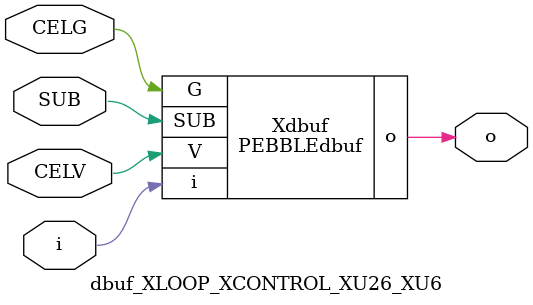
<source format=v>



module PEBBLEdbuf ( o, G, SUB, V, i );

  input V;
  input i;
  input G;
  output o;
  input SUB;
endmodule

//Celera Confidential Do Not Copy dbuf_XLOOP_XCONTROL_XU26_XU6
//Celera Confidential Symbol Generator
//Digital Buffer
module dbuf_XLOOP_XCONTROL_XU26_XU6 (CELV,CELG,i,o,SUB);
input CELV;
input CELG;
input i;
input SUB;
output o;

//Celera Confidential Do Not Copy dbuf
PEBBLEdbuf Xdbuf(
.V (CELV),
.i (i),
.o (o),
.SUB (SUB),
.G (CELG)
);
//,diesize,PEBBLEdbuf

//Celera Confidential Do Not Copy Module End
//Celera Schematic Generator
endmodule

</source>
